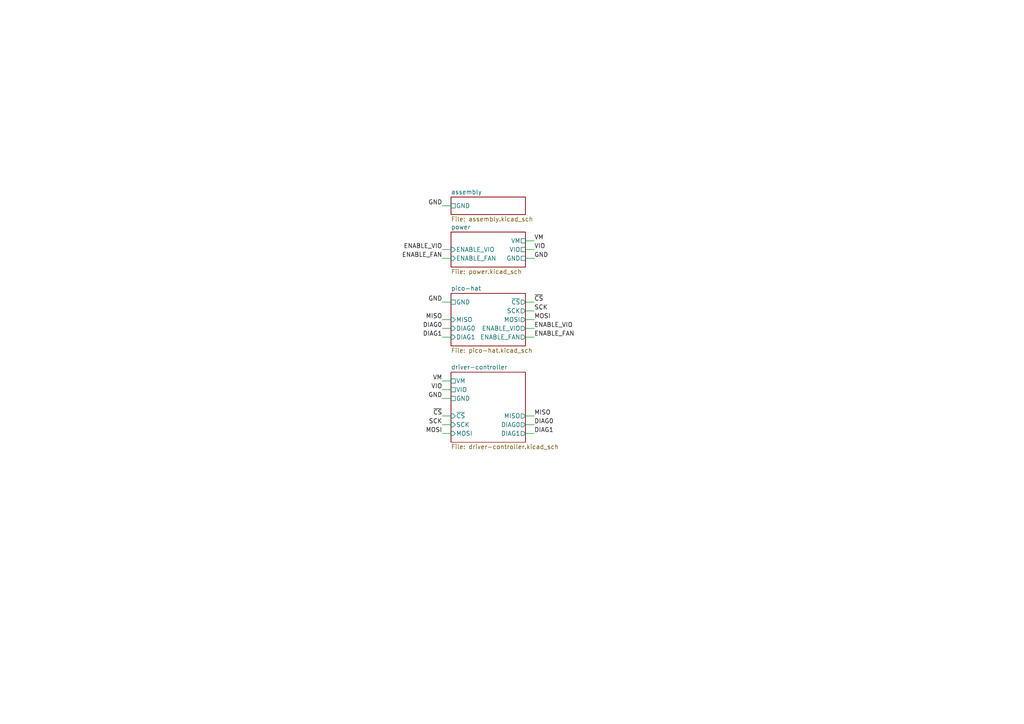
<source format=kicad_sch>
(kicad_sch (version 20230121) (generator eeschema)
  (paper "A4")
  (title_block (title "pico-hat-stepper") (date "2024-04-16") (rev "1.0") (company "Howard Hughes Medical Institute"))
  (lib_symbols)
  (wire (pts (xy 130.81 97.79) (xy 128.27 97.79)))
  (wire (pts (xy 130.81 123.19) (xy 128.27 123.19)))
  (wire (pts (xy 130.81 74.93) (xy 128.27 74.93)))
  (wire (pts (xy 152.4 92.71) (xy 154.94 92.71)))
  (wire (pts (xy 128.27 113.03) (xy 130.81 113.03)))
  (wire (pts (xy 130.81 125.73) (xy 128.27 125.73)))
  (wire (pts (xy 154.94 69.85) (xy 152.4 69.85)))
  (wire (pts (xy 130.81 120.65) (xy 128.27 120.65)))
  (wire (pts (xy 152.4 125.73) (xy 154.94 125.73)))
  (wire (pts (xy 130.81 92.71) (xy 128.27 92.71)))
  (wire (pts (xy 128.27 59.69) (xy 130.81 59.69)))
  (wire (pts (xy 128.27 110.49) (xy 130.81 110.49)))
  (wire (pts (xy 152.4 123.19) (xy 154.94 123.19)))
  (wire (pts (xy 152.4 120.65) (xy 154.94 120.65)))
  (wire (pts (xy 128.27 115.57) (xy 130.81 115.57)))
  (wire (pts (xy 152.4 90.17) (xy 154.94 90.17)))
  (wire (pts (xy 130.81 95.25) (xy 128.27 95.25)))
  (wire (pts (xy 154.94 74.93) (xy 152.4 74.93)))
  (wire (pts (xy 152.4 97.79) (xy 154.94 97.79)))
  (wire (pts (xy 128.27 87.63) (xy 130.81 87.63)))
  (wire (pts (xy 152.4 95.25) (xy 154.94 95.25)))
  (wire (pts (xy 154.94 72.39) (xy 152.4 72.39)))
  (wire (pts (xy 152.4 87.63) (xy 154.94 87.63)))
  (wire (pts (xy 130.81 72.39) (xy 128.27 72.39)))
  (label "GND" (at 154.94 74.93 0))
  (label "DIAG1" (at 154.94 125.73 0))
  (label "VIO" (at 154.94 72.39 0))
  (label "DIAG1" (at 128.27 97.79 180))
  (label "MOSI" (at 128.27 125.73 180))
  (label "ENABLE_VIO" (at 154.94 95.25 0))
  (label "MISO" (at 128.27 92.71 180))
  (label "ENABLE_FAN" (at 154.94 97.79 0))
  (label "VIO" (at 128.27 113.03 180))
  (label "VM" (at 128.27 110.49 180))
  (label "SCK" (at 154.94 90.17 0))
  (label "DIAG0" (at 154.94 123.19 0))
  (label "GND" (at 128.27 87.63 180))
  (label "GND" (at 128.27 59.69 180))
  (label "MOSI" (at 154.94 92.71 0))
  (label "GND" (at 128.27 115.57 180))
  (label "MISO" (at 154.94 120.65 0))
  (label "ENABLE_VIO" (at 128.27 72.39 180))
  (label "SCK" (at 128.27 123.19 180))
  (label "~{CS}" (at 154.94 87.63 0))
  (label "~{CS}" (at 128.27 120.65 180))
  (label "ENABLE_FAN" (at 128.27 74.93 180))
  (label "VM" (at 154.94 69.85 0))
  (label "DIAG0" (at 128.27 95.25 180))
  (sheet (at 130.81 107.95) (size 21.59 20.32) (stroke (width 0.1524))
    (property "Sheetname" "driver-controller" (at 130.81 107.2384 0) (effects (justify left bottom)))
    (property "Sheetfile" "driver-controller.kicad_sch" (at 130.81 128.8546 0) (effects (justify left top)))
    (pin "VM" passive (at 130.81 110.49 180))
    (pin "VIO" passive (at 130.81 113.03 180))
    (pin "GND" passive (at 130.81 115.57 180))
    (pin "~{CS}" input (at 130.81 120.65 180))
    (pin "SCK" input (at 130.81 123.19 180))
    (pin "DIAG0" output (at 152.4 123.19 0))
    (pin "DIAG1" output (at 152.4 125.73 0))
    (pin "MISO" output (at 152.4 120.65 0))
    (pin "MOSI" input (at 130.81 125.73 180))
  )
  (sheet (at 130.81 57.15) (size 21.59 5.08) (stroke (width 0.1524))
    (property "Sheetname" "assembly" (at 130.81 56.4384 0) (effects (justify left bottom)))
    (property "Sheetfile" "assembly.kicad_sch" (at 130.81 62.8146 0) (effects (justify left top)))
    (pin "GND" passive (at 130.81 59.69 180))
  )
  (sheet (at 130.81 85.09) (size 21.59 15.24) (stroke (width 0.1524))
    (property "Sheetname" "pico-hat" (at 130.81 84.3784 0) (effects (justify left bottom)))
    (property "Sheetfile" "pico-hat.kicad_sch" (at 130.81 100.9146 0) (effects (justify left top)))
    (pin "GND" passive (at 130.81 87.63 180))
    (pin "SCK" output (at 152.4 90.17 0))
    (pin "~{CS}" output (at 152.4 87.63 0))
    (pin "MOSI" output (at 152.4 92.71 0))
    (pin "MISO" input (at 130.81 92.71 180))
    (pin "DIAG0" input (at 130.81 95.25 180))
    (pin "DIAG1" input (at 130.81 97.79 180))
    (pin "ENABLE_VIO" output (at 152.4 95.25 0))
    (pin "ENABLE_FAN" output (at 152.4 97.79 0))
  )
  (sheet (at 130.81 67.31) (size 21.59 10.16) (stroke (width 0.1524))
    (property "Sheetname" "power" (at 130.81 66.5984 0) (effects (justify left bottom)))
    (property "Sheetfile" "power.kicad_sch" (at 130.81 78.0546 0) (effects (justify left top)))
    (pin "GND" passive (at 152.4 74.93 0))
    (pin "VM" passive (at 152.4 69.85 0))
    (pin "VIO" passive (at 152.4 72.39 0))
    (pin "ENABLE_VIO" input (at 130.81 72.39 180))
    (pin "ENABLE_FAN" input (at 130.81 74.93 180))
  )
)
</source>
